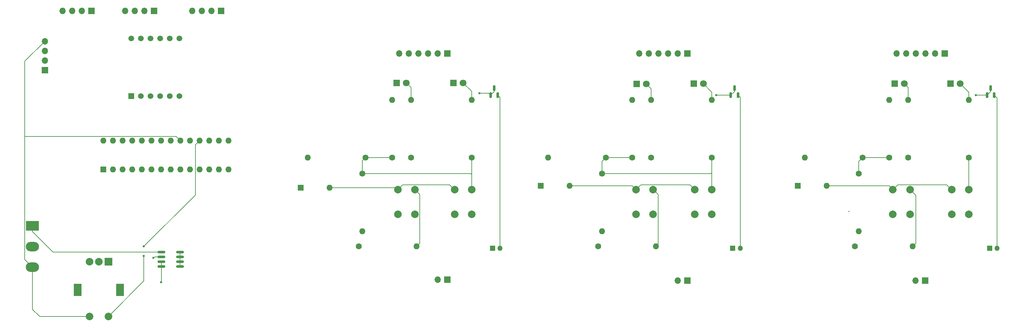
<source format=gbr>
%TF.GenerationSoftware,KiCad,Pcbnew,8.0.6*%
%TF.CreationDate,2024-12-22T20:43:21-05:00*%
%TF.ProjectId,flowcontrol_BL,666c6f77-636f-46e7-9472-6f6c5f424c2e,rev?*%
%TF.SameCoordinates,Original*%
%TF.FileFunction,Copper,L1,Top*%
%TF.FilePolarity,Positive*%
%FSLAX46Y46*%
G04 Gerber Fmt 4.6, Leading zero omitted, Abs format (unit mm)*
G04 Created by KiCad (PCBNEW 8.0.6) date 2024-12-22 20:43:21*
%MOMM*%
%LPD*%
G01*
G04 APERTURE LIST*
G04 Aperture macros list*
%AMRoundRect*
0 Rectangle with rounded corners*
0 $1 Rounding radius*
0 $2 $3 $4 $5 $6 $7 $8 $9 X,Y pos of 4 corners*
0 Add a 4 corners polygon primitive as box body*
4,1,4,$2,$3,$4,$5,$6,$7,$8,$9,$2,$3,0*
0 Add four circle primitives for the rounded corners*
1,1,$1+$1,$2,$3*
1,1,$1+$1,$4,$5*
1,1,$1+$1,$6,$7*
1,1,$1+$1,$8,$9*
0 Add four rect primitives between the rounded corners*
20,1,$1+$1,$2,$3,$4,$5,0*
20,1,$1+$1,$4,$5,$6,$7,0*
20,1,$1+$1,$6,$7,$8,$9,0*
20,1,$1+$1,$8,$9,$2,$3,0*%
G04 Aperture macros list end*
%TA.AperFunction,ComponentPad*%
%ADD10C,2.000000*%
%TD*%
%TA.AperFunction,ComponentPad*%
%ADD11R,1.800000X1.800000*%
%TD*%
%TA.AperFunction,ComponentPad*%
%ADD12C,1.800000*%
%TD*%
%TA.AperFunction,ComponentPad*%
%ADD13R,1.350000X1.350000*%
%TD*%
%TA.AperFunction,ComponentPad*%
%ADD14O,1.350000X1.350000*%
%TD*%
%TA.AperFunction,ComponentPad*%
%ADD15C,1.600000*%
%TD*%
%TA.AperFunction,ComponentPad*%
%ADD16O,1.600000X1.600000*%
%TD*%
%TA.AperFunction,SMDPad,CuDef*%
%ADD17RoundRect,0.150000X-0.825000X-0.150000X0.825000X-0.150000X0.825000X0.150000X-0.825000X0.150000X0*%
%TD*%
%TA.AperFunction,ComponentPad*%
%ADD18R,1.500000X1.500000*%
%TD*%
%TA.AperFunction,ComponentPad*%
%ADD19C,1.500000*%
%TD*%
%TA.AperFunction,SMDPad,CuDef*%
%ADD20RoundRect,0.150000X0.150000X-0.587500X0.150000X0.587500X-0.150000X0.587500X-0.150000X-0.587500X0*%
%TD*%
%TA.AperFunction,ComponentPad*%
%ADD21R,1.600000X1.600000*%
%TD*%
%TA.AperFunction,ComponentPad*%
%ADD22R,1.700000X1.700000*%
%TD*%
%TA.AperFunction,ComponentPad*%
%ADD23O,1.700000X1.700000*%
%TD*%
%TA.AperFunction,ComponentPad*%
%ADD24R,3.500000X2.500000*%
%TD*%
%TA.AperFunction,ComponentPad*%
%ADD25O,3.500000X2.500000*%
%TD*%
%TA.AperFunction,ComponentPad*%
%ADD26R,2.000000X2.000000*%
%TD*%
%TA.AperFunction,ComponentPad*%
%ADD27R,2.000000X3.200000*%
%TD*%
%TA.AperFunction,ViaPad*%
%ADD28C,0.600000*%
%TD*%
%TA.AperFunction,Conductor*%
%ADD29C,0.200000*%
%TD*%
G04 APERTURE END LIST*
D10*
%TO.P,SW2,1,1*%
%TO.N,unconnected-(SW2-Pad1)*%
X188352500Y-96500000D03*
%TO.P,SW2,2,2*%
%TO.N,unconnected-(SW2-Pad2)*%
X183852500Y-96500000D03*
%TO.P,SW2,3,3*%
%TO.N,/Microcontroller/SOL2_SEL*%
X188352500Y-90000000D03*
%TO.P,SW2,4,4*%
%TO.N,/Input Display/VCC_E*%
X183852500Y-90000000D03*
%TD*%
D11*
%TO.P,D4,1,K*%
%TO.N,GND*%
X252080000Y-62000000D03*
D12*
%TO.P,D4,2,A*%
%TO.N,Net-(D4-A)*%
X254620000Y-62000000D03*
%TD*%
D13*
%TO.P,J3,1,Pin_1*%
%TO.N,/Input Display/12V_R*%
X145982500Y-105500000D03*
D14*
%TO.P,J3,2,Pin_2*%
%TO.N,Net-(J3-Pin_2)*%
X147982500Y-105500000D03*
%TD*%
D15*
%TO.P,R10,1*%
%TO.N,Net-(R10-Pad1)*%
X243620000Y-81500000D03*
D16*
%TO.P,R10,2*%
%TO.N,/Microcontroller/SOL3_OUT*%
X228380000Y-81500000D03*
%TD*%
D15*
%TO.P,R6,1*%
%TO.N,Net-(R1LED_G2-Pad1)*%
X175852500Y-81500000D03*
D16*
%TO.P,R6,2*%
%TO.N,/Microcontroller/SOL2_OUT*%
X160612500Y-81500000D03*
%TD*%
D11*
%TO.P,D5,1,K*%
%TO.N,GND*%
X135707500Y-61760000D03*
D12*
%TO.P,D5,2,A*%
%TO.N,Net-(D5-A)*%
X138247500Y-61760000D03*
%TD*%
D15*
%TO.P,R1LED_R2,1*%
%TO.N,/Microcontroller/SOL2_WAIT*%
X187852500Y-81500000D03*
D16*
%TO.P,R1LED_R2,2*%
%TO.N,Net-(D2-A)*%
X187852500Y-66260000D03*
%TD*%
D17*
%TO.P,U4,1,VIN*%
%TO.N,/Input Display/12V_R*%
X58620000Y-106500000D03*
%TO.P,U4,2,OUT*%
%TO.N,Net-(U4-OUT)*%
X58620000Y-107770000D03*
%TO.P,U4,3,FB*%
%TO.N,GND*%
X58620000Y-109040000D03*
%TO.P,U4,4,~{EN}*%
X58620000Y-110310000D03*
%TO.P,U4,5,GND*%
X63570000Y-110310000D03*
%TO.P,U4,6,GND*%
X63570000Y-109040000D03*
%TO.P,U4,7,GND*%
X63570000Y-107770000D03*
%TO.P,U4,8,GND*%
X63570000Y-106500000D03*
%TD*%
D15*
%TO.P,R8,1*%
%TO.N,Net-(R1LED_G2-Pad1)*%
X174852500Y-85760000D03*
D16*
%TO.P,R8,2*%
%TO.N,GND*%
X174852500Y-101000000D03*
%TD*%
D11*
%TO.P,D6,1,K*%
%TO.N,GND*%
X120707500Y-61760000D03*
D12*
%TO.P,D6,2,A*%
%TO.N,Net-(D6-A)*%
X123247500Y-61760000D03*
%TD*%
D15*
%TO.P,R7,1*%
%TO.N,Net-(R1LED_G2-Pad1)*%
X182852500Y-81500000D03*
D16*
%TO.P,R7,2*%
%TO.N,GND*%
X182852500Y-66260000D03*
%TD*%
D18*
%TO.P,U1,1,e*%
%TO.N,unconnected-(U1-e-Pad1)*%
X50670000Y-65250000D03*
D19*
%TO.P,U1,2,d*%
%TO.N,unconnected-(U1-d-Pad2)*%
X53210000Y-65250000D03*
%TO.P,U1,3,DPX*%
%TO.N,unconnected-(U1-DPX-Pad3)*%
X55750000Y-65250000D03*
%TO.P,U1,4,c*%
%TO.N,unconnected-(U1-c-Pad4)*%
X58290000Y-65250000D03*
%TO.P,U1,5,g*%
%TO.N,unconnected-(U1-g-Pad5)*%
X60830000Y-65250000D03*
%TO.P,U1,6,CA4*%
%TO.N,unconnected-(U1-CA4-Pad6)*%
X63370000Y-65250000D03*
%TO.P,U1,7,b*%
%TO.N,unconnected-(U1-b-Pad7)*%
X63370000Y-50010000D03*
%TO.P,U1,8,CA3*%
%TO.N,unconnected-(U1-CA3-Pad8)*%
X60830000Y-50010000D03*
%TO.P,U1,9,CA2*%
%TO.N,unconnected-(U1-CA2-Pad9)*%
X58290000Y-50010000D03*
%TO.P,U1,10,f*%
%TO.N,unconnected-(U1-f-Pad10)*%
X55750000Y-50010000D03*
%TO.P,U1,11,a*%
%TO.N,unconnected-(U1-a-Pad11)*%
X53210000Y-50010000D03*
%TO.P,U1,12,CA1*%
%TO.N,unconnected-(U1-CA1-Pad12)*%
X50670000Y-50010000D03*
%TD*%
D10*
%TO.P,SW6,1,1*%
%TO.N,/Input Display/VCC_E*%
X135982500Y-90000000D03*
%TO.P,SW6,2,2*%
%TO.N,Net-(R1-Pad1)*%
X140482500Y-90000000D03*
%TO.P,SW6,3,3*%
%TO.N,unconnected-(SW6-Pad3)*%
X135982500Y-96500000D03*
%TO.P,SW6,4,4*%
%TO.N,unconnected-(SW6-Pad4)*%
X140482500Y-96500000D03*
%TD*%
D15*
%TO.P,R1LED_R3,1*%
%TO.N,/Microcontroller/SOL3_WAIT*%
X255620000Y-81500000D03*
D16*
%TO.P,R1LED_R3,2*%
%TO.N,Net-(D4-A)*%
X255620000Y-66260000D03*
%TD*%
D15*
%TO.P,R1LED_G1,1*%
%TO.N,Net-(R1-Pad1)*%
X140482500Y-81500000D03*
D16*
%TO.P,R1LED_G1,2*%
%TO.N,Net-(D5-A)*%
X140482500Y-66260000D03*
%TD*%
D20*
%TO.P,Q2,1,D*%
%TO.N,GND*%
X208852500Y-65000000D03*
%TO.P,Q2,2,S*%
%TO.N,Net-(J2-Pin_2)*%
X210752500Y-65000000D03*
%TO.P,Q2,3,G*%
%TO.N,GND*%
X209802500Y-63125000D03*
%TD*%
D21*
%TO.P,SW12,1,A*%
%TO.N,/Microcontroller/SOL3_MAIN*%
X226500000Y-89000000D03*
D16*
%TO.P,SW12,2,B*%
%TO.N,/Input Display/VCC_E*%
X234120000Y-89000000D03*
%TD*%
D15*
%TO.P,R9,1*%
%TO.N,GND*%
X241620000Y-105000000D03*
D16*
%TO.P,R9,2*%
%TO.N,/Microcontroller/SOL3_SEL*%
X256860000Y-105000000D03*
%TD*%
D21*
%TO.P,SW13,1,A*%
%TO.N,/Microcontroller/SOL1_MAIN*%
X95362500Y-89500000D03*
D16*
%TO.P,SW13,2,B*%
%TO.N,/Input Display/VCC_E*%
X102982500Y-89500000D03*
%TD*%
D22*
%TO.P,REF\u002A\u002A,1*%
%TO.N,N/C*%
X197432500Y-54000000D03*
D23*
%TO.P,REF\u002A\u002A,2*%
X194892500Y-54000000D03*
%TO.P,REF\u002A\u002A,3*%
X192352500Y-54000000D03*
%TO.P,REF\u002A\u002A,4*%
X189812500Y-54000000D03*
%TO.P,REF\u002A\u002A,5*%
X187272500Y-54000000D03*
%TO.P,REF\u002A\u002A,6*%
X184732500Y-54000000D03*
%TD*%
D10*
%TO.P,SW7,1,1*%
%TO.N,/Input Display/VCC_E*%
X199352500Y-90000000D03*
%TO.P,SW7,2,2*%
%TO.N,Net-(R1LED_G2-Pad1)*%
X203852500Y-90000000D03*
%TO.P,SW7,3,3*%
%TO.N,unconnected-(SW7-Pad3)*%
X199352500Y-96500000D03*
%TO.P,SW7,4,4*%
%TO.N,unconnected-(SW7-Pad4)*%
X203852500Y-96500000D03*
%TD*%
D24*
%TO.P,U1,1,IN*%
%TO.N,/Input Display/12V_R*%
X24620000Y-99550000D03*
D25*
%TO.P,U1,2,GND*%
%TO.N,GND*%
X24620000Y-105025000D03*
%TO.P,U1,3,OUT*%
%TO.N,/Input Display/VCC_E*%
X24620000Y-110500000D03*
%TD*%
D15*
%TO.P,R1LED_G2,1*%
%TO.N,Net-(R1LED_G2-Pad1)*%
X203852500Y-81500000D03*
D16*
%TO.P,R1LED_G2,2*%
%TO.N,Net-(D1-A)*%
X203852500Y-66260000D03*
%TD*%
D15*
%TO.P,R4,1*%
%TO.N,GND*%
X173852500Y-105000000D03*
D16*
%TO.P,R4,2*%
%TO.N,/Microcontroller/SOL2_SEL*%
X189092500Y-105000000D03*
%TD*%
D11*
%TO.P,D3,1,K*%
%TO.N,GND*%
X266845000Y-62000000D03*
D12*
%TO.P,D3,2,A*%
%TO.N,Net-(D3-A)*%
X269385000Y-62000000D03*
%TD*%
D22*
%TO.P,REF\u002A\u002A,1*%
%TO.N,N/C*%
X134062500Y-54000000D03*
D23*
%TO.P,REF\u002A\u002A,2*%
X131522500Y-54000000D03*
%TO.P,REF\u002A\u002A,3*%
X128982500Y-54000000D03*
%TO.P,REF\u002A\u002A,4*%
X126442500Y-54000000D03*
%TO.P,REF\u002A\u002A,5*%
X123902500Y-54000000D03*
%TO.P,REF\u002A\u002A,6*%
X121362500Y-54000000D03*
%TD*%
D15*
%TO.P,R11,1*%
%TO.N,Net-(R10-Pad1)*%
X250620000Y-81500000D03*
D16*
%TO.P,R11,2*%
%TO.N,GND*%
X250620000Y-66260000D03*
%TD*%
D26*
%TO.P,SW3,A,A*%
%TO.N,/Input Display/DT*%
X44620000Y-109000000D03*
D10*
%TO.P,SW3,B,B*%
%TO.N,GND*%
X39620000Y-109000000D03*
%TO.P,SW3,C,C*%
%TO.N,/Input Display/CLOCK*%
X42120000Y-109000000D03*
D27*
%TO.P,SW3,MP*%
%TO.N,N/C*%
X47720000Y-116500000D03*
X36520000Y-116500000D03*
D10*
%TO.P,SW3,S1,S1*%
%TO.N,/Input Display/VCC_E*%
X39620000Y-123500000D03*
%TO.P,SW3,S2,S2*%
%TO.N,/Input Display/SWITCH*%
X44620000Y-123500000D03*
%TD*%
D21*
%TO.P,UC1,1,~{RESET}/PC6*%
%TO.N,unconnected-(UC1-~{RESET}{slash}PC6-Pad1)*%
X43300000Y-84620000D03*
D16*
%TO.P,UC1,2,PD0*%
%TO.N,unconnected-(UC1-PD0-Pad2)*%
X45840000Y-84620000D03*
%TO.P,UC1,3,PD1*%
%TO.N,unconnected-(UC1-PD1-Pad3)*%
X48380000Y-84620000D03*
%TO.P,UC1,4,PD2*%
%TO.N,/Input Display/CLOCK*%
X50920000Y-84620000D03*
%TO.P,UC1,5,PD3*%
%TO.N,/Input Display/DT*%
X53460000Y-84620000D03*
%TO.P,UC1,6,PD4*%
%TO.N,/Microcontroller/SOL1_WAIT*%
X56000000Y-84620000D03*
%TO.P,UC1,7,VCC*%
%TO.N,Net-(U4-OUT)*%
X58540000Y-84620000D03*
%TO.P,UC1,8,GND*%
%TO.N,GND*%
X61080000Y-84620000D03*
%TO.P,UC1,9,XTAL1/PB6*%
%TO.N,unconnected-(UC1-XTAL1{slash}PB6-Pad9)*%
X63620000Y-84620000D03*
%TO.P,UC1,10,XTAL2/PB7*%
%TO.N,unconnected-(UC1-XTAL2{slash}PB7-Pad10)*%
X66160000Y-84620000D03*
%TO.P,UC1,11,PD5*%
%TO.N,/Microcontroller/SOL1_MAIN*%
X68700000Y-84620000D03*
%TO.P,UC1,12,PD6*%
%TO.N,/Microcontroller/SOL1_OUT*%
X71240000Y-84620000D03*
%TO.P,UC1,13,PD7*%
%TO.N,/Microcontroller/SOL1_SEL*%
X73780000Y-84620000D03*
%TO.P,UC1,14,PB0*%
%TO.N,/Microcontroller/SOL2_MAIN*%
X76320000Y-84620000D03*
%TO.P,UC1,15,PB1*%
%TO.N,/Microcontroller/SOL2_OUT*%
X76320000Y-77000000D03*
%TO.P,UC1,16,PB2*%
%TO.N,/Microcontroller/SOL2_WAIT*%
X73780000Y-77000000D03*
%TO.P,UC1,17,PB3*%
%TO.N,/Microcontroller/SOL2_SEL*%
X71240000Y-77000000D03*
%TO.P,UC1,18,PB4*%
%TO.N,/Input Display/SWITCH*%
X68700000Y-77000000D03*
%TO.P,UC1,19,PB5*%
%TO.N,unconnected-(UC1-PB5-Pad19)*%
X66160000Y-77000000D03*
%TO.P,UC1,20,AVCC*%
%TO.N,/Input Display/VCC_E*%
X63620000Y-77000000D03*
%TO.P,UC1,21,AREF*%
%TO.N,unconnected-(UC1-AREF-Pad21)*%
X61080000Y-77000000D03*
%TO.P,UC1,22,GND*%
%TO.N,GND*%
X58540000Y-77000000D03*
%TO.P,UC1,23,PC0*%
%TO.N,/Microcontroller/SOL3_MAIN*%
X56000000Y-77000000D03*
%TO.P,UC1,24,PC1*%
%TO.N,/Microcontroller/SOL3_OUT*%
X53460000Y-77000000D03*
%TO.P,UC1,25,PC2*%
%TO.N,/Microcontroller/SOL3_WAIT*%
X50920000Y-77000000D03*
%TO.P,UC1,26,PC3*%
%TO.N,/Microcontroller/SOL3_SEL*%
X48380000Y-77000000D03*
%TO.P,UC1,27,PC4*%
%TO.N,/Input Display/SDA*%
X45840000Y-77000000D03*
%TO.P,UC1,28,PC5*%
%TO.N,/Input Display/SCL*%
X43300000Y-77000000D03*
%TD*%
D22*
%TO.P,REF\u002A\u002A,1*%
%TO.N,N/C*%
X40170000Y-42750000D03*
D23*
%TO.P,REF\u002A\u002A,2*%
X37630000Y-42750000D03*
%TO.P,REF\u002A\u002A,3*%
X35090000Y-42750000D03*
%TO.P,REF\u002A\u002A,4*%
X32550000Y-42750000D03*
%TD*%
D22*
%TO.P,REF\u002A\u002A,1*%
%TO.N,N/C*%
X56670000Y-42750000D03*
D23*
%TO.P,REF\u002A\u002A,2*%
X54130000Y-42750000D03*
%TO.P,REF\u002A\u002A,3*%
X51590000Y-42750000D03*
%TO.P,REF\u002A\u002A,4*%
X49050000Y-42750000D03*
%TD*%
D11*
%TO.P,D1,1,K*%
%TO.N,GND*%
X199077500Y-62000000D03*
D12*
%TO.P,D1,2,A*%
%TO.N,Net-(D1-A)*%
X201617500Y-62000000D03*
%TD*%
D22*
%TO.P,REF\u002A\u002A,1*%
%TO.N,N/C*%
X265280000Y-54000000D03*
D23*
%TO.P,REF\u002A\u002A,2*%
X262740000Y-54000000D03*
%TO.P,REF\u002A\u002A,3*%
X260200000Y-54000000D03*
%TO.P,REF\u002A\u002A,4*%
X257660000Y-54000000D03*
%TO.P,REF\u002A\u002A,5*%
X255120000Y-54000000D03*
%TO.P,REF\u002A\u002A,6*%
X252580000Y-54000000D03*
%TD*%
D15*
%TO.P,R3,1*%
%TO.N,Net-(R1-Pad1)*%
X111602500Y-85760000D03*
D16*
%TO.P,R3,2*%
%TO.N,GND*%
X111602500Y-101000000D03*
%TD*%
D10*
%TO.P,SW10,1,1*%
%TO.N,unconnected-(SW10-Pad1)*%
X256120000Y-96500000D03*
%TO.P,SW10,2,2*%
%TO.N,unconnected-(SW10-Pad2)*%
X251620000Y-96500000D03*
%TO.P,SW10,3,3*%
%TO.N,/Microcontroller/SOL3_SEL*%
X256120000Y-90000000D03*
%TO.P,SW10,4,4*%
%TO.N,/Input Display/VCC_E*%
X251620000Y-90000000D03*
%TD*%
D20*
%TO.P,Q3,1,D*%
%TO.N,GND*%
X276470000Y-65000000D03*
%TO.P,Q3,2,S*%
%TO.N,Net-(J4-Pin_2)*%
X278370000Y-65000000D03*
%TO.P,Q3,3,G*%
%TO.N,GND*%
X277420000Y-63125000D03*
%TD*%
D11*
%TO.P,D2,1,K*%
%TO.N,GND*%
X184045143Y-62026657D03*
D12*
%TO.P,D2,2,A*%
%TO.N,Net-(D2-A)*%
X186585143Y-62026657D03*
%TD*%
D15*
%TO.P,R2,1*%
%TO.N,Net-(R1-Pad1)*%
X119482500Y-81500000D03*
D16*
%TO.P,R2,2*%
%TO.N,GND*%
X119482500Y-66260000D03*
%TD*%
D22*
%TO.P,J1,1,Pin_1*%
%TO.N,/Input Display/SCL*%
X27870000Y-58370000D03*
D23*
%TO.P,J1,2,Pin_2*%
%TO.N,/Input Display/SDA*%
X27870000Y-55830000D03*
%TO.P,J1,3,Pin_3*%
%TO.N,GND*%
X27870000Y-53290000D03*
%TO.P,J1,4,Pin_4*%
%TO.N,/Input Display/VCC_E*%
X27870000Y-50750000D03*
%TD*%
D21*
%TO.P,SW8,1,A*%
%TO.N,/Microcontroller/SOL2_MAIN*%
X158732500Y-89000000D03*
D16*
%TO.P,SW8,2,B*%
%TO.N,/Input Display/VCC_E*%
X166352500Y-89000000D03*
%TD*%
D13*
%TO.P,J4,1,Pin_1*%
%TO.N,/Input Display/12V_R*%
X277120000Y-105500000D03*
D14*
%TO.P,J4,2,Pin_2*%
%TO.N,Net-(J4-Pin_2)*%
X279120000Y-105500000D03*
%TD*%
D15*
%TO.P,R12,1*%
%TO.N,Net-(R10-Pad1)*%
X242620000Y-85760000D03*
D16*
%TO.P,R12,2*%
%TO.N,GND*%
X242620000Y-101000000D03*
%TD*%
D22*
%TO.P,REF\u002A\u002A,1*%
%TO.N,N/C*%
X74370000Y-42750000D03*
D23*
%TO.P,REF\u002A\u002A,2*%
X71830000Y-42750000D03*
%TO.P,REF\u002A\u002A,3*%
X69290000Y-42750000D03*
%TO.P,REF\u002A\u002A,4*%
X66750000Y-42750000D03*
%TD*%
D15*
%TO.P,R5,1*%
%TO.N,GND*%
X110732500Y-105000000D03*
D16*
%TO.P,R5,2*%
%TO.N,/Microcontroller/SOL1_SEL*%
X125972500Y-105000000D03*
%TD*%
D22*
%TO.P,REF\u002A\u002A,1*%
%TO.N,N/C*%
X134022500Y-113750000D03*
D23*
%TO.P,REF\u002A\u002A,2*%
X131482500Y-113750000D03*
%TD*%
D15*
%TO.P,R1,1*%
%TO.N,Net-(R1-Pad1)*%
X112482500Y-81500000D03*
D16*
%TO.P,R1,2*%
%TO.N,/Microcontroller/SOL1_OUT*%
X97242500Y-81500000D03*
%TD*%
D10*
%TO.P,SW5,1,1*%
%TO.N,unconnected-(SW5-Pad1)*%
X125482500Y-96500000D03*
%TO.P,SW5,2,2*%
%TO.N,unconnected-(SW5-Pad2)*%
X120982500Y-96500000D03*
%TO.P,SW5,3,3*%
%TO.N,/Microcontroller/SOL1_SEL*%
X125482500Y-90000000D03*
%TO.P,SW5,4,4*%
%TO.N,/Input Display/VCC_E*%
X120982500Y-90000000D03*
%TD*%
%TO.P,SW11,1,1*%
%TO.N,/Input Display/VCC_E*%
X267120000Y-90000000D03*
%TO.P,SW11,2,2*%
%TO.N,Net-(R10-Pad1)*%
X271620000Y-90000000D03*
%TO.P,SW11,3,3*%
%TO.N,unconnected-(SW11-Pad3)*%
X267120000Y-96500000D03*
%TO.P,SW11,4,4*%
%TO.N,unconnected-(SW11-Pad4)*%
X271620000Y-96500000D03*
%TD*%
D22*
%TO.P,REF\u002A\u002A,1*%
%TO.N,N/C*%
X197392500Y-114000000D03*
D23*
%TO.P,REF\u002A\u002A,2*%
X194852500Y-114000000D03*
%TD*%
D13*
%TO.P,J2,1,Pin_1*%
%TO.N,/Input Display/12V_R*%
X209352500Y-105500000D03*
D14*
%TO.P,J2,2,Pin_2*%
%TO.N,Net-(J2-Pin_2)*%
X211352500Y-105500000D03*
%TD*%
D20*
%TO.P,Q1,1,D*%
%TO.N,GND*%
X145482500Y-65000000D03*
%TO.P,Q1,2,S*%
%TO.N,Net-(J3-Pin_2)*%
X147382500Y-65000000D03*
%TO.P,Q1,3,G*%
%TO.N,GND*%
X146432500Y-63125000D03*
%TD*%
D15*
%TO.P,R1LED_G3,1*%
%TO.N,Net-(R10-Pad1)*%
X271620000Y-81500000D03*
D16*
%TO.P,R1LED_G3,2*%
%TO.N,Net-(D3-A)*%
X271620000Y-66260000D03*
%TD*%
D15*
%TO.P,R1LED_R1,1*%
%TO.N,/Microcontroller/SOL1_WAIT*%
X124482500Y-81500000D03*
D16*
%TO.P,R1LED_R1,2*%
%TO.N,Net-(D6-A)*%
X124482500Y-66260000D03*
%TD*%
D22*
%TO.P,REF\u002A\u002A,1*%
%TO.N,N/C*%
X260160000Y-114000000D03*
D23*
%TO.P,REF\u002A\u002A,2*%
X257620000Y-114000000D03*
%TD*%
D28*
%TO.N,GND*%
X273500000Y-65000000D03*
X205000000Y-65000000D03*
X58500000Y-114500000D03*
X142500000Y-64500000D03*
%TO.N,/Input Display/SWITCH*%
X54000000Y-105000000D03*
X54000000Y-107500000D03*
%TO.N,Net-(U4-OUT)*%
X56500000Y-108000000D03*
%TD*%
D29*
%TO.N,Net-(D3-A)*%
X271620000Y-64235000D02*
X269385000Y-62000000D01*
X271620000Y-66260000D02*
X271620000Y-64235000D01*
%TO.N,Net-(D4-A)*%
X255620000Y-66260000D02*
X255620000Y-63000000D01*
X255620000Y-63000000D02*
X254620000Y-62000000D01*
%TO.N,GND*%
X144982500Y-64500000D02*
X142500000Y-64500000D01*
X63570000Y-107770000D02*
X63570000Y-109040000D01*
X277420000Y-63125000D02*
X277420000Y-64050000D01*
X146432500Y-63125000D02*
X146432500Y-64050000D01*
X58620000Y-109040000D02*
X58620000Y-110310000D01*
X63570000Y-110310000D02*
X63570000Y-109040000D01*
X208852500Y-65000000D02*
X205000000Y-65000000D01*
X58620000Y-114380000D02*
X58500000Y-114500000D01*
X145482500Y-65000000D02*
X144982500Y-64500000D01*
X209802500Y-63125000D02*
X209802500Y-64050000D01*
X146432500Y-64050000D02*
X145482500Y-65000000D01*
X209802500Y-64050000D02*
X208852500Y-65000000D01*
X239880000Y-95860000D02*
X240120000Y-95620000D01*
X63570000Y-106500000D02*
X63570000Y-107770000D01*
X276470000Y-65000000D02*
X273500000Y-65000000D01*
X58620000Y-110310000D02*
X58620000Y-114380000D01*
X277420000Y-64050000D02*
X276470000Y-65000000D01*
%TO.N,Net-(D5-A)*%
X140482500Y-66260000D02*
X140482500Y-63995000D01*
X140482500Y-63995000D02*
X138247500Y-61760000D01*
%TO.N,Net-(D6-A)*%
X123247500Y-61760000D02*
X124482500Y-62995000D01*
X124482500Y-62995000D02*
X124482500Y-66260000D01*
%TO.N,Net-(D1-A)*%
X203852500Y-64235000D02*
X201617500Y-62000000D01*
X203852500Y-66260000D02*
X203852500Y-64235000D01*
%TO.N,Net-(D2-A)*%
X187852500Y-63294014D02*
X186585143Y-62026657D01*
X187852500Y-66260000D02*
X187852500Y-63294014D01*
%TO.N,/Input Display/VCC_E*%
X24620000Y-121620000D02*
X26500000Y-123500000D01*
X234120000Y-89000000D02*
X250620000Y-89000000D01*
X135982500Y-90000000D02*
X134682500Y-88700000D01*
X250620000Y-89000000D02*
X251620000Y-90000000D01*
X134682500Y-88700000D02*
X122282500Y-88700000D01*
X22570000Y-76000000D02*
X22570000Y-56050000D01*
X265820000Y-88700000D02*
X267120000Y-90000000D01*
X22570000Y-108450000D02*
X22570000Y-76000000D01*
X182852500Y-89000000D02*
X183852500Y-90000000D01*
X251620000Y-90000000D02*
X252920000Y-88700000D01*
X198052500Y-88700000D02*
X199352500Y-90000000D01*
X185152500Y-88700000D02*
X198052500Y-88700000D01*
X62520000Y-75900000D02*
X22670000Y-75900000D01*
X22570000Y-56050000D02*
X27870000Y-50750000D01*
X26500000Y-123500000D02*
X39620000Y-123500000D01*
X122282500Y-88700000D02*
X120982500Y-90000000D01*
X102982500Y-89500000D02*
X120482500Y-89500000D01*
X22670000Y-75900000D02*
X22570000Y-76000000D01*
X24620000Y-110500000D02*
X24620000Y-121620000D01*
X183852500Y-90000000D02*
X185152500Y-88700000D01*
X63620000Y-77000000D02*
X62520000Y-75900000D01*
X166352500Y-89000000D02*
X182852500Y-89000000D01*
X120482500Y-89500000D02*
X120982500Y-90000000D01*
X24620000Y-110500000D02*
X22570000Y-108450000D01*
X252920000Y-88700000D02*
X265820000Y-88700000D01*
%TO.N,/Input Display/SDA*%
X45841156Y-76998844D02*
X45840000Y-77000000D01*
%TO.N,/Input Display/SCL*%
X43301156Y-76998844D02*
X43300000Y-77000000D01*
%TO.N,Net-(J2-Pin_2)*%
X211352500Y-105500000D02*
X211352500Y-65600000D01*
X211352500Y-65600000D02*
X210752500Y-65000000D01*
%TO.N,/Input Display/12V_R*%
X24620000Y-99550000D02*
X24620000Y-101120000D01*
X24620000Y-101120000D02*
X30000000Y-106500000D01*
X30000000Y-106500000D02*
X58620000Y-106500000D01*
%TO.N,Net-(J3-Pin_2)*%
X147982500Y-65600000D02*
X147382500Y-65000000D01*
X147982500Y-105500000D02*
X147982500Y-65600000D01*
%TO.N,Net-(J4-Pin_2)*%
X279120000Y-105500000D02*
X279120000Y-65750000D01*
X279120000Y-65750000D02*
X278370000Y-65000000D01*
%TO.N,Net-(R1-Pad1)*%
X119482500Y-81500000D02*
X112482500Y-81500000D01*
X111602500Y-85760000D02*
X140242500Y-85760000D01*
X111602500Y-82380000D02*
X112482500Y-81500000D01*
X140242500Y-85760000D02*
X140482500Y-86000000D01*
X140482500Y-81500000D02*
X140482500Y-86000000D01*
X140482500Y-86000000D02*
X140482500Y-90000000D01*
X111602500Y-85760000D02*
X111602500Y-82380000D01*
%TO.N,Net-(R1LED_G2-Pad1)*%
X174852500Y-85760000D02*
X174852500Y-82500000D01*
X174852500Y-85760000D02*
X203592500Y-85760000D01*
X174852500Y-82500000D02*
X175852500Y-81500000D01*
X203852500Y-81500000D02*
X203852500Y-85500000D01*
X203852500Y-85500000D02*
X203852500Y-90000000D01*
X182852500Y-81500000D02*
X175852500Y-81500000D01*
X203592500Y-85760000D02*
X203852500Y-85500000D01*
%TO.N,Net-(R10-Pad1)*%
X242620000Y-82500000D02*
X243620000Y-81500000D01*
X271620000Y-81500000D02*
X271620000Y-90000000D01*
X243620000Y-81500000D02*
X250620000Y-81500000D01*
X242620000Y-85760000D02*
X242620000Y-82500000D01*
%TO.N,/Microcontroller/SOL2_SEL*%
X188352500Y-90000000D02*
X189652500Y-91300000D01*
X189652500Y-91300000D02*
X189652500Y-104440000D01*
X189652500Y-104440000D02*
X189092500Y-105000000D01*
%TO.N,/Microcontroller/SOL1_SEL*%
X126782500Y-91300000D02*
X125482500Y-90000000D01*
X125972500Y-105000000D02*
X126782500Y-104190000D01*
X126782500Y-104190000D02*
X126782500Y-91300000D01*
%TO.N,/Microcontroller/SOL3_SEL*%
X257659999Y-104200001D02*
X257659999Y-91539999D01*
X256860000Y-105000000D02*
X257659999Y-104200001D01*
X257659999Y-91539999D02*
X256120000Y-90000000D01*
%TO.N,/Input Display/SWITCH*%
X54000000Y-114120000D02*
X54000000Y-107500000D01*
X67600000Y-91400000D02*
X67600000Y-78100000D01*
X54000000Y-105000000D02*
X67600000Y-91400000D01*
X44620000Y-123500000D02*
X54000000Y-114120000D01*
X67600000Y-78100000D02*
X68700000Y-77000000D01*
%TO.N,Net-(U4-OUT)*%
X56730000Y-107770000D02*
X58620000Y-107770000D01*
X56500000Y-108000000D02*
X56730000Y-107770000D01*
%TD*%
M02*

</source>
